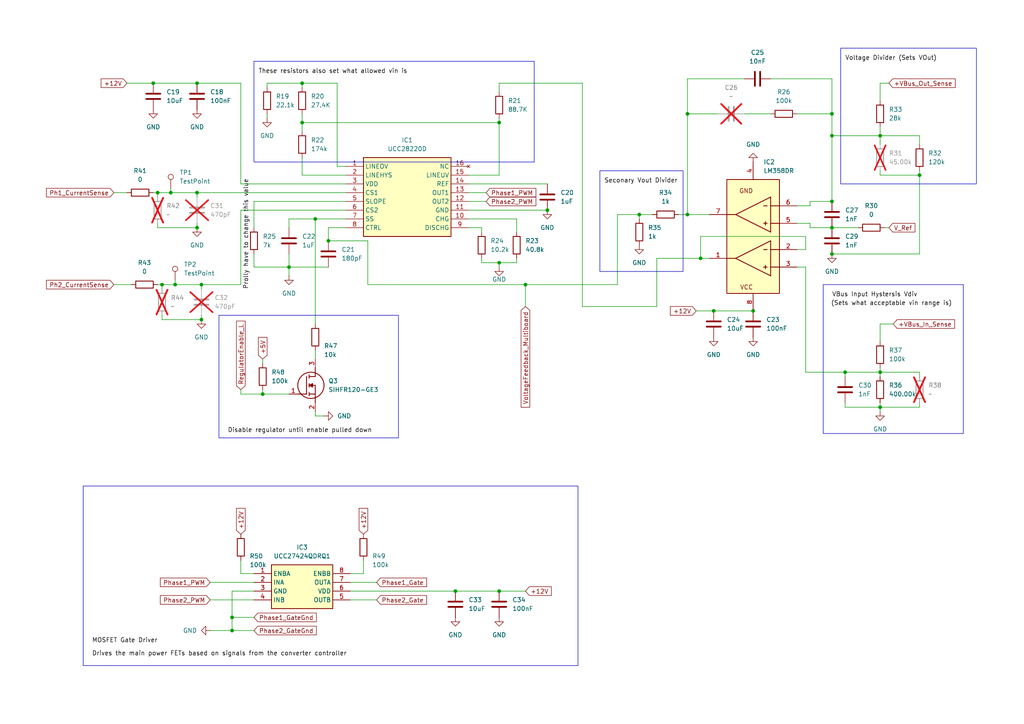
<source format=kicad_sch>
(kicad_sch (version 20231120) (generator "eeschema") (generator_version "8.0")
  (paper "A4")
  (title_block (title "5kw Modular Traction Inverter Boost Converter") (date "2025-02-02") (rev "1") (company "Rail Vehicle Traction Inverter") (comment 1 "UCSC") (comment 2 "Boost Converter Control and Gate Driver"))
  (lib_symbols
    (symbol "Connector:TestPoint" (pin_numbers hide) (pin_names (offset 0.762) hide)
      (property "Reference" "TP" (at 0 6.858 0))
      (property "Value" "TestPoint" (at 0 5.08 0))
      (symbol "TestPoint_0_1"
        (circle (center 0 3.302) (radius 0.762))
      )
      (symbol "TestPoint_1_1"
        (pin passive line (at 0 0 90) (length 2.54) (name "1") (number "1"))
      )
    )
    (symbol "Device:C" (pin_numbers hide) (pin_names (offset 0.254))
      (property "Reference" "C" (at 0.635 2.54 0))
      (property "Value" "C" (at 0.635 -2.54 0))
      (symbol "C_0_1"
        (polyline (pts (xy -2.032 -0.762) (xy 2.032 -0.762)) (stroke (width 0.508)))
        (polyline (pts (xy -2.032 0.762) (xy 2.032 0.762)) (stroke (width 0.508)))
      )
      (symbol "C_1_1"
        (pin passive line (at 0 3.81 270) (length 2.794) (name "~") (number "1"))
        (pin passive line (at 0 -3.81 90) (length 2.794) (name "~") (number "2"))
      )
    )
    (symbol "Device:R" (pin_numbers hide) (pin_names (offset 0))
      (property "Reference" "R" (at 2.032 0 90))
      (property "Value" "R" (at 0 0 90))
      (symbol "R_0_1"
        (rectangle (start -1.016 -2.54) (end 1.016 2.54) (stroke (width 0.254)))
      )
      (symbol "R_1_1"
        (pin passive line (at 0 3.81 270) (length 1.27) (name "~") (number "1"))
        (pin passive line (at 0 -3.81 90) (length 1.27) (name "~") (number "2"))
      )
    )
    (symbol "InverterCom:LM358DR" (pin_names hide)
      (property "Reference" "IC" (at 22.86 17.78 0))
      (property "Value" "LM358DR" (at 22.86 15.24 0))
      (symbol "LM358DR_1_1"
        (polyline (pts (xy 5.08 -17.78) (xy 7.62 -17.78)) (stroke (width 0.254)))
        (polyline (pts (xy 5.08 -12.7) (xy 7.62 -12.7)) (stroke (width 0.254)))
        (polyline (pts (xy 5.08 -5.08) (xy 7.62 -5.08)) (stroke (width 0.254)))
        (polyline (pts (xy 5.08 0) (xy 7.62 0)) (stroke (width 0.254)))
        (polyline (pts (xy 7.62 -10.16) (xy 7.62 -20.32)) (stroke (width 0.254)))
        (polyline (pts (xy 7.62 -7.62) (xy 7.62 2.54)) (stroke (width 0.254)))
        (polyline (pts (xy 8.636 -17.78) (xy 9.652 -17.78)) (stroke (width 0.254)))
        (polyline (pts (xy 8.636 -12.7) (xy 9.652 -12.7)) (stroke (width 0.254)))
        (polyline (pts (xy 8.636 -5.08) (xy 9.652 -5.08)) (stroke (width 0.254)))
        (polyline (pts (xy 8.636 0) (xy 9.652 0)) (stroke (width 0.254)))
        (polyline (pts (xy 9.144 -12.192) (xy 9.144 -13.208)) (stroke (width 0.254)))
        (polyline (pts (xy 9.144 -0.508) (xy 9.144 0.508)) (stroke (width 0.254)))
        (polyline (pts (xy 17.78 -15.24) (xy 7.62 -20.32)) (stroke (width 0.254)))
        (polyline (pts (xy 17.78 -15.24) (xy 7.62 -10.16)) (stroke (width 0.254)))
        (polyline (pts (xy 17.78 -15.24) (xy 20.32 -15.24)) (stroke (width 0.254)))
        (polyline (pts (xy 17.78 -2.54) (xy 7.62 -7.62)) (stroke (width 0.254)))
        (polyline (pts (xy 17.78 -2.54) (xy 7.62 2.54)) (stroke (width 0.254)))
        (polyline (pts (xy 17.78 -2.54) (xy 20.32 -2.54)) (stroke (width 0.254)))
        (rectangle (start 5.08 7.62) (end 20.32 -25.4) (stroke (width 0.254)) (fill (type background)))
        (text "GND" (at 12.7 -22.86 0) (effects (font (size 1.27 1.27)) (justify left top)))
        (text "VCC" (at 12.7 5.08 0) (effects (font (size 1.27 1.27)) (justify left top)))
        (pin passive line (at 25.4 -2.54 180) (length 5.08) (name "OUT1") (number "1"))
        (pin passive line (at 0 -5.08 0) (length 5.08) (name "IN1-") (number "2"))
        (pin passive line (at 0 0 0) (length 5.08) (name "IN1+") (number "3"))
        (pin passive line (at 12.7 -30.48 90) (length 5.08) (name "V-") (number "4"))
        (pin passive line (at 0 -12.7 0) (length 5.08) (name "IN2+") (number "5"))
        (pin passive line (at 0 -17.78 0) (length 5.08) (name "IN2-") (number "6"))
        (pin passive line (at 25.4 -15.24 180) (length 5.08) (name "OUT2") (number "7"))
        (pin passive line (at 12.7 12.7 270) (length 5.08) (name "V+") (number "8"))
      )
    )
    (symbol "InverterCom:SIHFR120-GE3" (pin_names hide)
      (property "Reference" "Q" (at 11.43 3.81 0))
      (property "Value" "SIHFR120-GE3" (at 11.43 1.27 0))
      (symbol "SIHFR120-GE3_1_1"
        (polyline (pts (xy 2.54 0) (xy 5.08 0)) (stroke (width 0.254)))
        (polyline (pts (xy 5.08 5.08) (xy 5.08 0)) (stroke (width 0.254)))
        (polyline (pts (xy 5.842 -0.508) (xy 5.842 0.508)) (stroke (width 0.254)))
        (polyline (pts (xy 5.842 0) (xy 7.62 0)) (stroke (width 0.254)))
        (polyline (pts (xy 5.842 2.032) (xy 5.842 3.048)) (stroke (width 0.254)))
        (polyline (pts (xy 5.842 5.588) (xy 5.842 4.572)) (stroke (width 0.254)))
        (polyline (pts (xy 7.62 2.54) (xy 5.842 2.54)) (stroke (width 0.254)))
        (polyline (pts (xy 7.62 2.54) (xy 7.62 -2.54)) (stroke (width 0.254)))
        (polyline (pts (xy 7.62 5.08) (xy 5.842 5.08)) (stroke (width 0.254)))
        (polyline (pts (xy 7.62 5.08) (xy 7.62 7.62)) (stroke (width 0.254)))
        (polyline (pts (xy 5.842 2.54) (xy 6.858 3.048) (xy 6.858 2.032) (xy 5.842 2.54)) (stroke (width 0.254)) (fill (type outline)))
        (circle (center 6.35 2.54) (radius 3.81) (stroke (width 0.254)))
        (pin passive line (at 0 0 0) (length 2.54) (name "G") (number "1"))
        (pin passive line (at 7.62 -5.08 90) (length 2.54) (name "S") (number "2"))
        (pin passive line (at 7.62 10.16 270) (length 2.54) (name "D") (number "3"))
      )
    )
    (symbol "InverterCom:UCC27424QDRQ1"
      (property "Reference" "IC" (at 24.13 7.62 0))
      (property "Value" "UCC27424QDRQ1" (at 24.13 5.08 0))
      (symbol "UCC27424QDRQ1_1_1"
        (rectangle (start 5.08 2.54) (end 22.86 -10.16) (stroke (width 0.254)) (fill (type background)))
        (pin passive line (at 0 0 0) (length 5.08) (name "ENBA") (number "1"))
        (pin passive line (at 0 -2.54 0) (length 5.08) (name "INA") (number "2"))
        (pin passive line (at 0 -5.08 0) (length 5.08) (name "GND") (number "3"))
        (pin passive line (at 0 -7.62 0) (length 5.08) (name "INB") (number "4"))
        (pin passive line (at 27.94 -7.62 180) (length 5.08) (name "OUTB") (number "5"))
        (pin passive line (at 27.94 -5.08 180) (length 5.08) (name "VDD") (number "6"))
        (pin passive line (at 27.94 -2.54 180) (length 5.08) (name "OUTA") (number "7"))
        (pin passive line (at 27.94 0 180) (length 5.08) (name "ENBB") (number "8"))
      )
    )
    (symbol "InverterCom:UCC28220D"
      (property "Reference" "IC" (at 31.75 7.62 0))
      (property "Value" "UCC28220D" (at 31.75 5.08 0))
      (symbol "UCC28220D_1_1"
        (rectangle (start 5.08 2.54) (end 30.48 -20.32) (stroke (width 0.254)) (fill (type background)))
        (pin passive line (at 0 0 0) (length 5.08) (name "LINEOV") (number "1"))
        (pin passive line (at 35.56 -15.24 180) (length 5.08) (name "CHG") (number "10"))
        (pin passive line (at 35.56 -12.7 180) (length 5.08) (name "GND") (number "11"))
        (pin passive line (at 35.56 -10.16 180) (length 5.08) (name "OUT2") (number "12"))
        (pin passive line (at 35.56 -7.62 180) (length 5.08) (name "OUT1") (number "13"))
        (pin passive line (at 35.56 -5.08 180) (length 5.08) (name "REF") (number "14"))
        (pin passive line (at 35.56 -2.54 180) (length 5.08) (name "LINEUV") (number "15"))
        (pin no_connect line (at 35.56 0 180) (length 5.08) (name "NC") (number "16"))
        (pin passive line (at 0 -2.54 0) (length 5.08) (name "LINEHYS") (number "2"))
        (pin passive line (at 0 -5.08 0) (length 5.08) (name "VDD") (number "3"))
        (pin passive line (at 0 -7.62 0) (length 5.08) (name "CS1") (number "4"))
        (pin passive line (at 0 -10.16 0) (length 5.08) (name "SLOPE") (number "5"))
        (pin passive line (at 0 -12.7 0) (length 5.08) (name "CS2") (number "6"))
        (pin passive line (at 0 -15.24 0) (length 5.08) (name "SS") (number "7"))
        (pin passive line (at 0 -17.78 0) (length 5.08) (name "CTRL") (number "8"))
        (pin passive line (at 35.56 -17.78 180) (length 5.08) (name "DISCHG") (number "9"))
      )
    )
    (symbol "power:GND" (power) (pin_numbers hide) (pin_names (offset 0) hide)
      (property "Value" "GND" (at 0 -3.81 0))
      (symbol "GND_0_1"
        (polyline (pts (xy 0 0) (xy 0 -1.27) (xy 1.27 -1.27) (xy 0 -2.54) (xy -1.27 -1.27) (xy 0 -1.27)))
      )
      (symbol "GND_1_1"
        (pin power_in line (at 0 0 270) (length 0) (name "~") (number "1"))
      )
    )
  )
  (junction (at 185.42 62.23))
  (junction (at 44.45 24.13))
  (junction (at 57.15 24.13))
  (junction (at 266.7 50.8))
  (junction (at 152.4 82.55))
  (junction (at 87.63 35.56))
  (junction (at 132.08 171.45))
  (junction (at 255.27 107.95))
  (junction (at 50.8 82.55))
  (junction (at 67.31 179.07))
  (junction (at 57.15 66.04))
  (junction (at 83.82 77.47))
  (junction (at 58.42 92.71))
  (junction (at 241.3 73.66))
  (junction (at 245.11 107.95))
  (junction (at 218.44 90.17))
  (junction (at 241.3 33.02))
  (junction (at 49.53 55.88))
  (junction (at 144.78 35.56))
  (junction (at 144.78 76.2))
  (junction (at 144.78 171.45))
  (junction (at 255.27 39.37))
  (junction (at 199.39 33.02))
  (junction (at 45.72 55.88))
  (junction (at 158.75 60.96))
  (junction (at 241.3 66.04))
  (junction (at 255.27 118.11))
  (junction (at 87.63 24.13))
  (junction (at 67.31 182.88))
  (junction (at 58.42 82.55))
  (junction (at 199.39 62.23))
  (junction (at 203.2 74.93))
  (junction (at 76.2 114.3))
  (junction (at 241.3 58.42))
  (junction (at 207.01 90.17))
  (junction (at 57.15 55.88))
  (junction (at 91.44 63.5))
  (junction (at 95.25 69.85))
  (junction (at 46.99 82.55))
  (junction (at 241.3 39.37))
  (wire (pts (xy 245.11 107.95) (xy 255.27 107.95)))
  (wire (pts (xy 46.99 92.71) (xy 58.42 92.71)))
  (wire (pts (xy 97.79 48.26) (xy 97.79 24.13)))
  (wire (pts (xy 67.31 179.07) (xy 67.31 182.88)))
  (wire (pts (xy 100.33 48.26) (xy 97.79 48.26)))
  (wire (pts (xy 50.8 82.55) (xy 58.42 82.55)))
  (wire (pts (xy 199.39 22.86) (xy 215.9 22.86)))
  (wire (pts (xy 266.7 50.8) (xy 255.27 50.8)))
  (wire (pts (xy 231.14 64.77) (xy 234.95 64.77)))
  (wire (pts (xy 100.33 50.8) (xy 87.63 50.8)))
  (wire (pts (xy 83.82 63.5) (xy 91.44 63.5)))
  (wire (pts (xy 266.7 41.91) (xy 266.7 39.37)))
  (wire (pts (xy 33.02 82.55) (xy 38.1 82.55)))
  (wire (pts (xy 95.25 66.04) (xy 100.33 66.04)))
  (wire (pts (xy 245.11 107.95) (xy 245.11 109.22)))
  (wire (pts (xy 256.54 66.04) (xy 257.81 66.04)))
  (wire (pts (xy 100.33 58.42) (xy 73.66 58.42)))
  (wire (pts (xy 179.07 62.23) (xy 185.42 62.23)))
  (wire (pts (xy 77.47 24.13) (xy 77.47 25.4)))
  (wire (pts (xy 135.89 63.5) (xy 149.86 63.5)))
  (wire (pts (xy 46.99 82.55) (xy 46.99 83.82)))
  (wire (pts (xy 257.81 24.13) (xy 255.27 24.13)))
  (wire (pts (xy 139.7 67.31) (xy 139.7 66.04)))
  (wire (pts (xy 255.27 107.95) (xy 255.27 109.22)))
  (wire (pts (xy 233.68 72.39) (xy 233.68 68.58)))
  (wire (pts (xy 49.53 55.88) (xy 57.15 55.88)))
  (wire (pts (xy 144.78 171.45) (xy 152.4 171.45)))
  (wire (pts (xy 45.72 55.88) (xy 44.45 55.88)))
  (wire (pts (xy 152.4 82.55) (xy 179.07 82.55)))
  (wire (pts (xy 144.78 26.67) (xy 144.78 24.13)))
  (wire (pts (xy 106.68 82.55) (xy 152.4 82.55)))
  (wire (pts (xy 33.02 55.88) (xy 36.83 55.88)))
  (wire (pts (xy 46.99 82.55) (xy 50.8 82.55)))
  (wire (pts (xy 135.89 53.34) (xy 158.75 53.34)))
  (wire (pts (xy 100.33 60.96) (xy 69.85 60.96)))
  (wire (pts (xy 58.42 83.82) (xy 58.42 82.55)))
  (wire (pts (xy 231.14 77.47) (xy 233.68 77.47)))
  (wire (pts (xy 95.25 66.04) (xy 95.25 69.85)))
  (wire (pts (xy 135.89 50.8) (xy 144.78 50.8)))
  (wire (pts (xy 83.82 77.47) (xy 83.82 80.01)))
  (wire (pts (xy 203.2 68.58) (xy 203.2 74.93)))
  (wire (pts (xy 233.68 68.58) (xy 203.2 68.58)))
  (wire (pts (xy 266.7 107.95) (xy 255.27 107.95)))
  (wire (pts (xy 69.85 24.13) (xy 57.15 24.13)))
  (wire (pts (xy 144.78 77.47) (xy 144.78 76.2)))
  (wire (pts (xy 91.44 101.6) (xy 91.44 104.14)))
  (wire (pts (xy 105.41 166.37) (xy 101.6 166.37)))
  (wire (pts (xy 69.85 53.34) (xy 100.33 53.34)))
  (wire (pts (xy 135.89 58.42) (xy 140.97 58.42)))
  (wire (pts (xy 95.25 69.85) (xy 106.68 69.85)))
  (wire (pts (xy 93.98 120.65) (xy 91.44 120.65)))
  (wire (pts (xy 205.74 62.23) (xy 199.39 62.23)))
  (wire (pts (xy 73.66 77.47) (xy 83.82 77.47)))
  (wire (pts (xy 45.72 55.88) (xy 49.53 55.88)))
  (wire (pts (xy 69.85 113.03) (xy 69.85 114.3)))
  (wire (pts (xy 144.78 35.56) (xy 144.78 34.29)))
  (wire (pts (xy 266.7 49.53) (xy 266.7 50.8)))
  (wire (pts (xy 76.2 114.3) (xy 76.2 113.03)))
  (wire (pts (xy 241.3 73.66) (xy 266.7 73.66)))
  (wire (pts (xy 67.31 171.45) (xy 67.31 179.07)))
  (wire (pts (xy 83.82 114.3) (xy 76.2 114.3)))
  (wire (pts (xy 266.7 109.22) (xy 266.7 107.95)))
  (wire (pts (xy 199.39 33.02) (xy 199.39 22.86)))
  (wire (pts (xy 241.3 22.86) (xy 241.3 33.02)))
  (wire (pts (xy 135.89 66.04) (xy 139.7 66.04)))
  (wire (pts (xy 234.95 59.69) (xy 234.95 58.42)))
  (wire (pts (xy 60.96 168.91) (xy 73.66 168.91)))
  (wire (pts (xy 106.68 69.85) (xy 106.68 82.55)))
  (wire (pts (xy 149.86 76.2) (xy 149.86 74.93)))
  (wire (pts (xy 190.5 74.93) (xy 203.2 74.93)))
  (wire (pts (xy 241.3 66.04) (xy 248.92 66.04)))
  (wire (pts (xy 77.47 24.13) (xy 87.63 24.13)))
  (wire (pts (xy 199.39 33.02) (xy 208.28 33.02)))
  (wire (pts (xy 58.42 82.55) (xy 69.85 82.55)))
  (wire (pts (xy 97.79 24.13) (xy 87.63 24.13)))
  (wire (pts (xy 266.7 39.37) (xy 255.27 39.37)))
  (wire (pts (xy 144.78 50.8) (xy 144.78 35.56)))
  (wire (pts (xy 255.27 24.13) (xy 255.27 29.21)))
  (wire (pts (xy 69.85 162.56) (xy 69.85 166.37)))
  (wire (pts (xy 69.85 53.34) (xy 69.85 24.13)))
  (wire (pts (xy 231.14 33.02) (xy 241.3 33.02)))
  (wire (pts (xy 50.8 81.28) (xy 50.8 82.55)))
  (wire (pts (xy 45.72 66.04) (xy 57.15 66.04)))
  (wire (pts (xy 234.95 66.04) (xy 241.3 66.04)))
  (wire (pts (xy 207.01 90.17) (xy 218.44 90.17)))
  (wire (pts (xy 44.45 24.13) (xy 57.15 24.13)))
  (wire (pts (xy 83.82 63.5) (xy 83.82 66.04)))
  (wire (pts (xy 144.78 24.13) (xy 168.91 24.13)))
  (wire (pts (xy 60.96 182.88) (xy 67.31 182.88)))
  (wire (pts (xy 91.44 63.5) (xy 91.44 93.98)))
  (wire (pts (xy 234.95 58.42) (xy 241.3 58.42)))
  (wire (pts (xy 231.14 72.39) (xy 233.68 72.39)))
  (wire (pts (xy 168.91 24.13) (xy 168.91 88.9)))
  (wire (pts (xy 83.82 73.66) (xy 83.82 77.47)))
  (wire (pts (xy 87.63 50.8) (xy 87.63 45.72)))
  (wire (pts (xy 233.68 77.47) (xy 233.68 107.95)))
  (wire (pts (xy 67.31 182.88) (xy 73.66 182.88)))
  (wire (pts (xy 241.3 39.37) (xy 241.3 58.42)))
  (wire (pts (xy 101.6 173.99) (xy 109.22 173.99)))
  (wire (pts (xy 46.99 91.44) (xy 46.99 92.71)))
  (wire (pts (xy 139.7 76.2) (xy 144.78 76.2)))
  (wire (pts (xy 185.42 63.5) (xy 185.42 62.23)))
  (wire (pts (xy 101.6 171.45) (xy 132.08 171.45)))
  (wire (pts (xy 241.3 39.37) (xy 255.27 39.37)))
  (wire (pts (xy 73.66 58.42) (xy 73.66 66.04)))
  (wire (pts (xy 233.68 107.95) (xy 245.11 107.95)))
  (wire (pts (xy 45.72 57.15) (xy 45.72 55.88)))
  (wire (pts (xy 69.85 60.96) (xy 69.85 82.55)))
  (wire (pts (xy 135.89 60.96) (xy 158.75 60.96)))
  (wire (pts (xy 57.15 55.88) (xy 100.33 55.88)))
  (wire (pts (xy 255.27 49.53) (xy 255.27 50.8)))
  (wire (pts (xy 45.72 64.77) (xy 45.72 66.04)))
  (wire (pts (xy 77.47 33.02) (xy 77.47 34.29)))
  (wire (pts (xy 132.08 171.45) (xy 144.78 171.45)))
  (wire (pts (xy 203.2 74.93) (xy 205.74 74.93)))
  (wire (pts (xy 87.63 24.13) (xy 87.63 25.4)))
  (wire (pts (xy 241.3 33.02) (xy 241.3 39.37)))
  (wire (pts (xy 190.5 88.9) (xy 168.91 88.9)))
  (wire (pts (xy 105.41 162.56) (xy 105.41 166.37)))
  (wire (pts (xy 201.93 90.17) (xy 207.01 90.17)))
  (wire (pts (xy 69.85 114.3) (xy 76.2 114.3)))
  (wire (pts (xy 255.27 99.06) (xy 255.27 93.98)))
  (wire (pts (xy 152.4 82.55) (xy 152.4 88.9)))
  (wire (pts (xy 223.52 22.86) (xy 241.3 22.86)))
  (wire (pts (xy 101.6 168.91) (xy 109.22 168.91)))
  (wire (pts (xy 179.07 82.55) (xy 179.07 62.23)))
  (wire (pts (xy 57.15 57.15) (xy 57.15 55.88)))
  (wire (pts (xy 255.27 118.11) (xy 245.11 118.11)))
  (wire (pts (xy 67.31 171.45) (xy 73.66 171.45)))
  (wire (pts (xy 73.66 73.66) (xy 73.66 77.47)))
  (wire (pts (xy 234.95 64.77) (xy 234.95 66.04)))
  (wire (pts (xy 199.39 62.23) (xy 199.39 33.02)))
  (wire (pts (xy 135.89 55.88) (xy 140.97 55.88)))
  (wire (pts (xy 91.44 120.65) (xy 91.44 119.38)))
  (wire (pts (xy 60.96 173.99) (xy 73.66 173.99)))
  (wire (pts (xy 57.15 64.77) (xy 57.15 66.04)))
  (wire (pts (xy 58.42 92.71) (xy 58.42 91.44)))
  (wire (pts (xy 196.85 62.23) (xy 199.39 62.23)))
  (wire (pts (xy 73.66 166.37) (xy 69.85 166.37)))
  (wire (pts (xy 190.5 74.93) (xy 190.5 88.9)))
  (wire (pts (xy 91.44 63.5) (xy 100.33 63.5)))
  (wire (pts (xy 67.31 179.07) (xy 73.66 179.07)))
  (wire (pts (xy 144.78 76.2) (xy 149.86 76.2)))
  (wire (pts (xy 83.82 77.47) (xy 95.25 77.47)))
  (wire (pts (xy 87.63 35.56) (xy 144.78 35.56)))
  (wire (pts (xy 149.86 63.5) (xy 149.86 67.31)))
  (wire (pts (xy 255.27 118.11) (xy 266.7 118.11)))
  (wire (pts (xy 87.63 35.56) (xy 87.63 38.1)))
  (wire (pts (xy 266.7 118.11) (xy 266.7 116.84)))
  (wire (pts (xy 255.27 93.98) (xy 259.08 93.98)))
  (wire (pts (xy 49.53 54.61) (xy 49.53 55.88)))
  (wire (pts (xy 139.7 76.2) (xy 139.7 74.93)))
  (wire (pts (xy 255.27 118.11) (xy 255.27 119.38)))
  (wire (pts (xy 87.63 33.02) (xy 87.63 35.56)))
  (wire (pts (xy 215.9 33.02) (xy 223.52 33.02)))
  (wire (pts (xy 255.27 39.37) (xy 255.27 41.91)))
  (wire (pts (xy 255.27 106.68) (xy 255.27 107.95)))
  (wire (pts (xy 185.42 62.23) (xy 189.23 62.23)))
  (wire (pts (xy 76.2 104.14) (xy 76.2 105.41)))
  (wire (pts (xy 245.11 118.11) (xy 245.11 116.84)))
  (wire (pts (xy 234.95 59.69) (xy 231.14 59.69)))
  (wire (pts (xy 266.7 50.8) (xy 266.7 73.66)))
  (wire (pts (xy 255.27 36.83) (xy 255.27 39.37)))
  (wire (pts (xy 45.72 82.55) (xy 46.99 82.55)))
  (wire (pts (xy 255.27 118.11) (xy 255.27 116.84)))
  (wire (pts (xy 36.83 24.13) (xy 44.45 24.13)))
  (rectangle (start 73.66 17.78) (end 154.94 46.99))
  (rectangle (start 173.99 49.53) (end 198.12 78.74))
  (rectangle (start 243.84 13.97) (end 283.21 53.34))
  (rectangle (start 238.76 82.55) (end 279.4 125.73))
  (rectangle (start 24.13 140.97) (end 167.64 193.04))
  (rectangle (start 63.5 91.44) (end 115.57 127))
  (label "These resistors also set what allowed vin is" (at 74.93 21.59 0))
  (label "Drives the main power FETs based on signals from the converter controller" (at 26.67 190.5 0))
  (label "VBus Input Hystersis Vdiv" (at 241.3 86.36 0))
  (label "Seconary Vout Divider" (at 175.26 53.34 0))
  (label "MOSFET Gate Driver" (at 26.67 186.69 0))
  (label "Prolly have to change this value" (at 72.39 83.82 90))
  (label "Voltage Divider (Sets VOut)" (at 245.11 17.78 0))
  (label "Disable regulator until enable pulled down" (at 66.04 125.73 0))
  (label " (Sets what acceptable vin range is)" (at 240.03 88.9 0))
  (global_label "+12V" (shape input) (at 36.83 24.13 180) (property "Intersheetrefs" "${INTERSHEET_REFS}" (effects (hide yes))))
  (global_label "V_Ref" (shape input) (at 257.81 66.04 0) (property "Intersheetrefs" "${INTERSHEET_REFS}" (effects (hide yes))))
  (global_label "Ph2_CurrentSense" (shape input) (at 33.02 82.55 180) (property "Intersheetrefs" "${INTERSHEET_REFS}" (effects (hide yes))))
  (global_label "VoltageFeedback_Multiboard" (shape input) (at 152.4 88.9 270) (property "Intersheetrefs" "${INTERSHEET_REFS}" (effects (hide yes))))
  (global_label "Phase1_Gate" (shape input) (at 109.22 168.91 0) (property "Intersheetrefs" "${INTERSHEET_REFS}" (effects (hide yes))))
  (global_label "Phase2_GateGnd" (shape input) (at 73.66 182.88 0) (property "Intersheetrefs" "${INTERSHEET_REFS}" (effects (hide yes))))
  (global_label "Phase1_GateGnd" (shape input) (at 73.66 179.07 0) (property "Intersheetrefs" "${INTERSHEET_REFS}" (effects (hide yes))))
  (global_label "Phase2_Gate" (shape input) (at 109.22 173.99 0) (property "Intersheetrefs" "${INTERSHEET_REFS}" (effects (hide yes))))
  (global_label "+12V" (shape input) (at 201.93 90.17 180) (property "Intersheetrefs" "${INTERSHEET_REFS}" (effects (hide yes))))
  (global_label "+12V" (shape input) (at 152.4 171.45 0) (property "Intersheetrefs" "${INTERSHEET_REFS}" (effects (hide yes))))
  (global_label "RegulatorEnable_L" (shape input) (at 69.85 113.03 90) (property "Intersheetrefs" "${INTERSHEET_REFS}" (effects (hide yes))))
  (global_label "Phase1_PWM" (shape input) (at 140.97 55.88 0) (property "Intersheetrefs" "${INTERSHEET_REFS}" (effects (hide yes))))
  (global_label "Ph1_CurrentSense" (shape input) (at 33.02 55.88 180) (property "Intersheetrefs" "${INTERSHEET_REFS}" (effects (hide yes))))
  (global_label "+VBus_Out_Sense" (shape input) (at 257.81 24.13 0) (property "Intersheetrefs" "${INTERSHEET_REFS}" (effects (hide yes))))
  (global_label "Phase2_PWM" (shape input) (at 60.96 173.99 180) (property "Intersheetrefs" "${INTERSHEET_REFS}" (effects (hide yes))))
  (global_label "+12V" (shape input) (at 105.41 154.94 90) (property "Intersheetrefs" "${INTERSHEET_REFS}" (effects (hide yes))))
  (global_label "Phase2_PWM" (shape input) (at 140.97 58.42 0) (property "Intersheetrefs" "${INTERSHEET_REFS}" (effects (hide yes))))
  (global_label "Phase1_PWM" (shape input) (at 60.96 168.91 180) (property "Intersheetrefs" "${INTERSHEET_REFS}" (effects (hide yes))))
  (global_label "+VBus_In_Sense" (shape input) (at 259.08 93.98 0) (property "Intersheetrefs" "${INTERSHEET_REFS}" (effects (hide yes))))
  (global_label "+5V" (shape input) (at 76.2 104.14 90) (property "Intersheetrefs" "${INTERSHEET_REFS}" (effects (hide yes))))
  (global_label "+12V" (shape input) (at 69.85 154.94 90) (property "Intersheetrefs" "${INTERSHEET_REFS}" (effects (hide yes))))
  (symbol (lib_id "power:GND") (at 93.98 120.65 90) (unit 1)
    (property "Reference" "#PWR036" (effects (hide yes)))
    (property "Value" "GND" (at 97.79 120.6499 90) (effects (justify right)))
    (property "Description" "Power symbol creates a global label with name \"GND\" , ground" (effects (hide yes)))
  )
  (symbol (lib_id "Device:C") (at 212.09 33.02 90) (unit 1) (dnp yes)
    (property "Reference" "C26" (at 212.09 25.4 90))
    (property "Value" "~" (at 212.09 27.94 90))
    (property "Footprint" "1210" (effects (hide yes)))
    (property "Description" "Unpolarized capacitor" (effects (hide yes)))
  )
  (symbol (lib_id "power:GND") (at 144.78 179.07 0) (unit 1)
    (property "Reference" "#PWR038" (effects (hide yes)))
    (property "Value" "GND" (at 144.78 184.15 0))
    (property "Description" "Power symbol creates a global label with name \"GND\" , ground" (effects (hide yes)))
  )
  (symbol (lib_id "Device:C") (at 218.44 93.98 0) (unit 1)
    (property "Reference" "C23" (at 222.25 92.7099 0) (effects (justify left)))
    (property "Value" "100nF" (at 222.25 95.2499 0) (effects (justify left)))
    (property "Footprint" "1210" (effects (hide yes)))
    (property "Description" "Unpolarized capacitor" (effects (hide yes)))
  )
  (symbol (lib_id "Device:C") (at 158.75 57.15 0) (unit 1)
    (property "Reference" "C20" (at 162.56 55.8799 0) (effects (justify left)))
    (property "Value" "1uF" (at 162.56 58.4199 0) (effects (justify left)))
    (property "Footprint" "1210" (effects (hide yes)))
    (property "Description" "Unpolarized capacitor" (effects (hide yes)))
  )
  (symbol (lib_id "Device:R") (at 255.27 102.87 180) (unit 1)
    (property "Reference" "R37" (at 257.81 101.5999 0) (effects (justify right)))
    (property "Value" "100k" (at 257.81 104.1399 0) (effects (justify right)))
    (property "Footprint" "1210" (effects (hide yes)))
    (property "Description" "Resistor" (effects (hide yes)))
  )
  (symbol (lib_id "Device:R") (at 73.66 69.85 0) (unit 1)
    (property "Reference" "R25" (at 76.2 68.5799 0) (effects (justify left)))
    (property "Value" "7k" (at 76.2 71.1199 0) (effects (justify left)))
    (property "Footprint" "1210" (effects (hide yes)))
    (property "Description" "Resistor" (effects (hide yes)))
  )
  (symbol (lib_id "Device:R") (at 252.73 66.04 90) (unit 1)
    (property "Reference" "R30" (at 252.73 59.69 90))
    (property "Value" "0" (at 252.73 62.23 90))
    (property "Footprint" "1210" (effects (hide yes)))
    (property "Description" "Resistor" (effects (hide yes)))
  )
  (symbol (lib_id "Device:R") (at 227.33 33.02 90) (unit 1)
    (property "Reference" "R26" (at 227.33 26.67 90))
    (property "Value" "100k" (at 227.33 29.21 90))
    (property "Footprint" "1210" (effects (hide yes)))
    (property "Description" "Resistor" (effects (hide yes)))
  )
  (symbol (lib_id "power:GND") (at 132.08 179.07 0) (unit 1)
    (property "Reference" "#PWR037" (effects (hide yes)))
    (property "Value" "GND" (at 132.08 184.15 0))
    (property "Description" "Power symbol creates a global label with name \"GND\" , ground" (effects (hide yes)))
  )
  (symbol (lib_id "power:GND") (at 158.75 60.96 0) (unit 1)
    (property "Reference" "#PWR026" (effects (hide yes)))
    (property "Value" "GND" (at 158.75 66.04 0))
    (property "Description" "Power symbol creates a global label with name \"GND\" , ground" (effects (hide yes)))
  )
  (symbol (lib_id "Device:R") (at 77.47 29.21 0) (unit 1)
    (property "Reference" "R19" (at 80.01 27.9399 0) (effects (justify left)))
    (property "Value" "22.1k" (at 80.01 30.4799 0) (effects (justify left)))
    (property "Footprint" "1210" (effects (hide yes)))
    (property "Description" "Resistor" (effects (hide yes)))
  )
  (symbol (lib_id "Device:R") (at 105.41 158.75 180) (unit 1)
    (property "Reference" "R49" (at 107.95 161.2899 0) (effects (justify right)))
    (property "Value" "100k" (at 107.95 163.8299 0) (effects (justify right)))
    (property "Footprint" "1210" (effects (hide yes)))
    (property "Description" "Resistor" (effects (hide yes)))
  )
  (symbol (lib_id "power:GND") (at 44.45 31.75 0) (unit 1)
    (property "Reference" "#PWR024" (effects (hide yes)))
    (property "Value" "GND" (at 44.45 36.83 0))
    (property "Description" "Power symbol creates a global label with name \"GND\" , ground" (effects (hide yes)))
  )
  (symbol (lib_id "Device:R") (at 255.27 33.02 180) (unit 1)
    (property "Reference" "R33" (at 257.81 31.7499 0) (effects (justify right)))
    (property "Value" "28k" (at 257.81 34.2899 0) (effects (justify right)))
    (property "Footprint" "1210" (effects (hide yes)))
    (property "Description" "Resistor" (effects (hide yes)))
  )
  (symbol (lib_id "Device:R") (at 87.63 29.21 0) (unit 1)
    (property "Reference" "R20" (at 90.17 27.9399 0) (effects (justify left)))
    (property "Value" "27.4K" (at 90.17 30.4799 0) (effects (justify left)))
    (property "Footprint" "1210" (effects (hide yes)))
    (property "Description" "Resistor" (effects (hide yes)))
  )
  (symbol (lib_id "power:GND") (at 60.96 182.88 270) (unit 1)
    (property "Reference" "#PWR039" (effects (hide yes)))
    (property "Value" "GND" (at 57.15 182.8799 90) (effects (justify right)))
    (property "Description" "Power symbol creates a global label with name \"GND\" , ground" (effects (hide yes)))
  )
  (symbol (lib_id "power:GND") (at 57.15 66.04 0) (unit 1)
    (property "Reference" "#PWR095" (effects (hide yes)))
    (property "Value" "GND" (at 57.15 71.12 0))
    (property "Description" "Power symbol creates a global label with name \"GND\" , ground" (effects (hide yes)))
  )
  (symbol (lib_id "Device:R") (at 91.44 97.79 180) (unit 1)
    (property "Reference" "R47" (at 93.98 100.3299 0) (effects (justify right)))
    (property "Value" "10k" (at 93.98 102.8699 0) (effects (justify right)))
    (property "Footprint" "1210" (effects (hide yes)))
    (property "Description" "Resistor" (effects (hide yes)))
  )
  (symbol (lib_id "Device:R") (at 139.7 71.12 0) (unit 1)
    (property "Reference" "R24" (at 142.24 69.8499 0) (effects (justify left)))
    (property "Value" "10.2k" (at 142.24 72.3899 0) (effects (justify left)))
    (property "Footprint" "1210" (effects (hide yes)))
    (property "Description" "Resistor" (effects (hide yes)))
  )
  (symbol (lib_id "Device:C") (at 241.3 69.85 180) (unit 1)
    (property "Reference" "C29" (at 245.11 68.5799 0) (effects (justify right)))
    (property "Value" "1nF" (at 245.11 71.1199 0) (effects (justify right)))
    (property "Footprint" "1210" (effects (hide yes)))
    (property "Description" "Unpolarized capacitor" (effects (hide yes)))
  )
  (symbol (lib_id "power:GND") (at 77.47 34.29 0) (unit 1)
    (property "Reference" "#PWR023" (effects (hide yes)))
    (property "Value" "GND" (at 77.47 39.37 0))
    (property "Description" "Power symbol creates a global label with name \"GND\" , ground" (effects (hide yes)))
  )
  (symbol (lib_id "InverterCom:SIHFR120-GE3") (at 83.82 114.3 0) (unit 1)
    (property "Reference" "Q3" (at 95.25 110.4899 0) (effects (justify left)))
    (property "Value" "SIHFR120-GE3" (at 95.25 113.0299 0) (effects (justify left)))
    (property "Footprint" "SIHFR120GE3" (effects (hide yes)))
    (property "Datasheet" "https://www.mouser.in/datasheet/2/427/91266-1768752.pdf" (effects (hide yes)))
    (property "Description" "MOSFET 100V N-CH" (effects (hide yes)))
    (property "Height" "2.38" (effects (hide yes)))
    (property "Mouser Part Number" "78-SIHFR120-GE3" (effects (hide yes)))
    (property "Mouser Price/Stock" "https://www.mouser.co.uk/ProductDetail/Vishay-Siliconix/SIHFR120-GE3?qs=FfLXECYddQTykmVhSg2%2FTQ%3D%3D" (effects (hide yes)))
    (property "Manufacturer_Name" "Vishay" (effects (hide yes)))
    (property "Manufacturer_Part_Number" "SIHFR120-GE3" (effects (hide yes)))
  )
  (symbol (lib_id "Device:C") (at 83.82 69.85 0) (unit 1)
    (property "Reference" "C22" (at 87.63 68.5799 0) (effects (justify left)))
    (property "Value" "1uF" (at 87.63 71.1199 0) (effects (justify left)))
    (property "Footprint" "1210" (effects (hide yes)))
    (property "Description" "Unpolarized capacitor" (effects (hide yes)))
  )
  (symbol (lib_id "Device:R") (at 69.85 158.75 180) (unit 1)
    (property "Reference" "R50" (at 72.39 161.2899 0) (effects (justify right)))
    (property "Value" "100k" (at 72.39 163.8299 0) (effects (justify right)))
    (property "Footprint" "1210" (effects (hide yes)))
    (property "Description" "Resistor" (effects (hide yes)))
  )
  (symbol (lib_id "power:GND") (at 185.42 71.12 0) (unit 1)
    (property "Reference" "#PWR033" (effects (hide yes)))
    (property "Value" "GND" (at 185.42 76.2 0))
    (property "Description" "Power symbol creates a global label with name \"GND\" , ground" (effects (hide yes)))
  )
  (symbol (lib_id "Device:R") (at 149.86 71.12 0) (unit 1)
    (property "Reference" "R23" (at 152.4 69.8499 0) (effects (justify left)))
    (property "Value" "40.8k" (at 152.4 72.3899 0) (effects (justify left)))
    (property "Footprint" "1210" (effects (hide yes)))
    (property "Description" "Resistor" (effects (hide yes)))
  )
  (symbol (lib_id "Device:R") (at 185.42 67.31 180) (unit 1)
    (property "Reference" "R35" (at 187.96 66.0399 0) (effects (justify right)))
    (property "Value" "1k" (at 187.96 68.5799 0) (effects (justify right)))
    (property "Footprint" "1210" (effects (hide yes)))
    (property "Description" "Resistor" (effects (hide yes)))
  )
  (symbol (lib_id "Device:C") (at 95.25 73.66 0) (unit 1)
    (property "Reference" "C21" (at 99.06 72.3899 0) (effects (justify left)))
    (property "Value" "180pF" (at 99.06 74.9299 0) (effects (justify left)))
    (property "Footprint" "1210" (effects (hide yes)))
    (property "Description" "Unpolarized capacitor" (effects (hide yes)))
  )
  (symbol (lib_id "Device:R") (at 45.72 60.96 180) (unit 1) (dnp yes)
    (property "Reference" "R42" (at 48.26 59.6899 0) (effects (justify right)))
    (property "Value" "~" (at 48.26 62.2299 0) (effects (justify right)))
    (property "Footprint" "1210" (effects (hide yes)))
    (property "Description" "Resistor" (effects (hide yes)))
  )
  (symbol (lib_id "Connector:TestPoint") (at 49.53 54.61 0) (unit 1)
    (property "Reference" "TP1" (at 52.07 50.0379 0) (effects (justify left)))
    (property "Value" "TestPoint" (at 52.07 52.5779 0) (effects (justify left)))
    (property "Description" "test point" (effects (hide yes)))
  )
  (symbol (lib_id "InverterCom:LM358DR") (at 231.14 77.47 180) (unit 1)
    (property "Reference" "IC2" (at 221.4565 46.99 0) (effects (justify right)))
    (property "Value" "LM358DR" (at 221.4565 49.53 0) (effects (justify right)))
    (property "Footprint" "SOIC127P600X175-8N" (effects (hide yes)))
    (property "Datasheet" "https://www.ti.com/lit/ds/symlink/lm358.pdf?ts=1593170624750&ref_url=https%253A%252F%252Fwww.ti.com%252Fstore%252Fti%252Fen%252Fp%252Fproduct%252F%253Fp%253DLM358DR%2526keyMatch%253DLM358DR%2526tisearch%253DSearch-EN-everything%2526usecase%253DOPN" (effects (hide yes)))
    (property "Description" "LM358DR, Operational Amplifier 0.7MHz 5 to 28V, 8-Pin SOIC" (effects (hide yes)))
    (property "Height" "1.75" (effects (hide yes)))
    (property "Mouser Part Number" "595-LM358DR" (effects (hide yes)))
    (property "Mouser Price/Stock" "https://www.mouser.co.uk/ProductDetail/Texas-Instruments/LM358DR?qs=Zu35EjizYSSY6pJ37yjmHA%3D%3D" (effects (hide yes)))
    (property "Manufacturer_Name" "Texas Instruments" (effects (hide yes)))
    (property "Manufacturer_Part_Number" "LM358DR" (effects (hide yes)))
  )
  (symbol (lib_id "power:GND") (at 83.82 80.01 0) (unit 1)
    (property "Reference" "#PWR028" (effects (hide yes)))
    (property "Value" "GND" (at 83.82 85.09 0))
    (property "Description" "Power symbol creates a global label with name \"GND\" , ground" (effects (hide yes)))
  )
  (symbol (lib_id "Device:C") (at 58.42 87.63 0) (unit 1) (dnp yes)
    (property "Reference" "C32" (at 62.23 86.3599 0) (effects (justify left)))
    (property "Value" "470pF" (at 62.23 88.8999 0) (effects (justify left)))
    (property "Footprint" "1210" (effects (hide yes)))
    (property "Description" "Unpolarized capacitor" (effects (hide yes)))
  )
  (symbol (lib_id "Device:C") (at 57.15 60.96 0) (unit 1) (dnp yes)
    (property "Reference" "C31" (at 60.96 59.6899 0) (effects (justify left)))
    (property "Value" "470pF" (at 60.96 62.2299 0) (effects (justify left)))
    (property "Footprint" "1210" (effects (hide yes)))
    (property "Description" "Unpolarized capacitor" (effects (hide yes)))
  )
  (symbol (lib_id "power:GND") (at 218.44 46.99 180) (unit 1)
    (property "Reference" "#PWR031" (effects (hide yes)))
    (property "Value" "GND" (at 218.44 41.91 0))
    (property "Description" "Power symbol creates a global label with name \"GND\" , ground" (effects (hide yes)))
  )
  (symbol (lib_id "InverterCom:UCC27424QDRQ1") (at 73.66 166.37 0) (unit 1)
    (property "Reference" "IC3" (at 87.63 158.75 0))
    (property "Value" "UCC27424QDRQ1" (at 87.63 161.29 0))
    (property "Footprint" "SOIC127P600X175-8N" (effects (hide yes)))
    (property "Datasheet" "http://www.ti.com/lit/gpn/ucc27424-q1" (effects (hide yes)))
    (property "Description" "Automotive Dual 4A High Speed Low-Side MOSFET Driver With Enable" (effects (hide yes)))
    (property "Height" "1.75" (effects (hide yes)))
    (property "Mouser Part Number" "595-UCC27424QDRQ1" (effects (hide yes)))
    (property "Mouser Price/Stock" "https://www.mouser.co.uk/ProductDetail/Texas-Instruments/UCC27424QDRQ1?qs=3WadRV20yGwTLMr0pUhVuw%3D%3D" (effects (hide yes)))
    (property "Manufacturer_Name" "Texas Instruments" (effects (hide yes)))
    (property "Manufacturer_Part_Number" "UCC27424QDRQ1" (effects (hide yes)))
  )
  (symbol (lib_id "Device:C") (at 219.71 22.86 90) (unit 1)
    (property "Reference" "C25" (at 219.71 15.24 90))
    (property "Value" "10nF" (at 219.71 17.78 90))
    (property "Footprint" "1210" (effects (hide yes)))
    (property "Description" "Unpolarized capacitor" (effects (hide yes)))
  )
  (symbol (lib_id "Connector:TestPoint") (at 50.8 81.28 0) (unit 1)
    (property "Reference" "TP2" (at 53.34 76.7079 0) (effects (justify left)))
    (property "Value" "TestPoint" (at 53.34 79.2479 0) (effects (justify left)))
    (property "Description" "test point" (effects (hide yes)))
  )
  (symbol (lib_id "power:GND") (at 58.42 92.71 0) (unit 1)
    (property "Reference" "#PWR096" (effects (hide yes)))
    (property "Value" "GND" (at 58.42 97.79 0))
    (property "Description" "Power symbol creates a global label with name \"GND\" , ground" (effects (hide yes)))
  )
  (symbol (lib_id "Device:R") (at 255.27 45.72 180) (unit 1) (dnp yes)
    (property "Reference" "R31" (at 257.81 44.4499 0) (effects (justify right)))
    (property "Value" "45.00k" (at 257.81 46.9899 0) (effects (justify right)))
    (property "Footprint" "1210" (effects (hide yes)))
    (property "Description" "Resistor" (effects (hide yes)))
    (property "Tolerance" "0.1%" (effects (hide yes)))
  )
  (symbol (lib_id "InverterCom:UCC28220D") (at 100.33 48.26 0) (unit 1)
    (property "Reference" "IC1" (at 118.11 40.64 0))
    (property "Value" "UCC28220D" (at 118.11 43.18 0))
    (property "Footprint" "UCC28220D" (effects (hide yes)))
    (property "Datasheet" "http://www.ti.com/lit/gpn/ucc28220" (effects (hide yes)))
    (property "Description" "Dual Interleaved PWM Controller with Programmable Max Duty Cycle" (effects (hide yes)))
    (property "Height" "1.75" (effects (hide yes)))
    (property "Mouser Part Number" "595-UCC28220D" (effects (hide yes)))
    (property "Mouser Price/Stock" "https://www.mouser.co.uk/ProductDetail/Texas-Instruments/UCC28220D/?qs=eJkN62t4xTVBY%2FGqaPYojw%3D%3D" (effects (hide yes)))
    (property "Manufacturer_Name" "Texas Instruments" (effects (hide yes)))
    (property "Manufacturer_Part_Number" "UCC28220D" (effects (hide yes)))
  )
  (symbol (lib_id "Device:R") (at 266.7 45.72 180) (unit 1)
    (property "Reference" "R32" (at 269.24 44.4499 0) (effects (justify right)))
    (property "Value" "120k" (at 269.24 46.9899 0) (effects (justify right)))
    (property "Footprint" "1210" (effects (hide yes)))
    (property "Description" "Resistor" (effects (hide yes)))
  )
  (symbol (lib_id "Device:R") (at 41.91 82.55 90) (unit 1)
    (property "Reference" "R43" (at 41.91 76.2 90))
    (property "Value" "0" (at 41.91 78.74 90))
    (property "Footprint" "1210" (effects (hide yes)))
    (property "Description" "Resistor" (effects (hide yes)))
  )
  (symbol (lib_id "Device:C") (at 241.3 62.23 180) (unit 1)
    (property "Reference" "C27" (at 245.11 60.9599 0) (effects (justify right)))
    (property "Value" "1nF" (at 245.11 63.4999 0) (effects (justify right)))
    (property "Footprint" "1210" (effects (hide yes)))
    (property "Description" "Unpolarized capacitor" (effects (hide yes)))
  )
  (symbol (lib_id "Device:C") (at 245.11 113.03 0) (unit 1)
    (property "Reference" "C30" (at 248.92 111.7599 0) (effects (justify left)))
    (property "Value" "1nF" (at 248.92 114.2999 0) (effects (justify left)))
    (property "Footprint" "1210" (effects (hide yes)))
    (property "Description" "Unpolarized capacitor" (effects (hide yes)))
  )
  (symbol (lib_id "Device:C") (at 44.45 27.94 0) (unit 1)
    (property "Reference" "C19" (at 48.26 26.6699 0) (effects (justify left)))
    (property "Value" "10uF" (at 48.26 29.2099 0) (effects (justify left)))
    (property "Footprint" "1210" (effects (hide yes)))
    (property "Description" "Unpolarized capacitor" (effects (hide yes)))
  )
  (symbol (lib_id "power:GND") (at 207.01 97.79 0) (unit 1)
    (property "Reference" "#PWR030" (effects (hide yes)))
    (property "Value" "GND" (at 207.01 102.87 0))
    (property "Description" "Power symbol creates a global label with name \"GND\" , ground" (effects (hide yes)))
  )
  (symbol (lib_id "power:GND") (at 218.44 97.79 0) (unit 1)
    (property "Reference" "#PWR029" (effects (hide yes)))
    (property "Value" "GND" (at 218.44 102.87 0))
    (property "Description" "Power symbol creates a global label with name \"GND\" , ground" (effects (hide yes)))
  )
  (symbol (lib_id "Device:C") (at 57.15 27.94 0) (unit 1)
    (property "Reference" "C18" (at 60.96 26.6699 0) (effects (justify left)))
    (property "Value" "100nF" (at 60.96 29.2099 0) (effects (justify left)))
    (property "Footprint" "1210" (effects (hide yes)))
    (property "Description" "Unpolarized capacitor" (effects (hide yes)))
  )
  (symbol (lib_id "Device:R") (at 266.7 113.03 180) (unit 1) (dnp yes)
    (property "Reference" "R38" (at 269.24 111.7599 0) (effects (justify right)))
    (property "Value" "~" (at 269.24 114.2999 0) (effects (justify right)))
    (property "Footprint" "1210" (effects (hide yes)))
    (property "Description" "Resistor" (effects (hide yes)))
  )
  (symbol (lib_id "Device:C") (at 132.08 175.26 0) (unit 1)
    (property "Reference" "C33" (at 135.89 173.9899 0) (effects (justify left)))
    (property "Value" "10uF" (at 135.89 176.5299 0) (effects (justify left)))
    (property "Footprint" "1210" (effects (hide yes)))
    (property "Description" "Unpolarized capacitor" (effects (hide yes)))
  )
  (symbol (lib_id "Device:R") (at 40.64 55.88 90) (unit 1)
    (property "Reference" "R41" (at 40.64 49.53 90))
    (property "Value" "0" (at 40.64 52.07 90))
    (property "Footprint" "1210" (effects (hide yes)))
    (property "Description" "Resistor" (effects (hide yes)))
  )
  (symbol (lib_id "Device:R") (at 87.63 41.91 0) (unit 1)
    (property "Reference" "R22" (at 90.17 40.6399 0) (effects (justify left)))
    (property "Value" "174k" (at 90.17 43.1799 0) (effects (justify left)))
    (property "Footprint" "1210" (effects (hide yes)))
    (property "Description" "Resistor" (effects (hide yes)))
  )
  (symbol (lib_id "Device:R") (at 255.27 113.03 180) (unit 1)
    (property "Reference" "R36" (at 257.81 111.7599 0) (effects (justify right)))
    (property "Value" "400.00k" (at 257.81 114.2999 0) (effects (justify right)))
    (property "Footprint" "1210" (effects (hide yes)))
    (property "Description" "Resistor" (effects (hide yes)))
    (property "Tolerance" "0.1%" (effects (hide yes)))
  )
  (symbol (lib_id "power:GND") (at 255.27 119.38 0) (unit 1)
    (property "Reference" "#PWR035" (effects (hide yes)))
    (property "Value" "GND" (at 255.27 124.46 0))
    (property "Description" "Power symbol creates a global label with name \"GND\" , ground" (effects (hide yes)))
  )
  (symbol (lib_id "Device:R") (at 193.04 62.23 90) (unit 1)
    (property "Reference" "R34" (at 193.04 55.88 90))
    (property "Value" "1k" (at 193.04 58.42 90))
    (property "Footprint" "1210" (effects (hide yes)))
    (property "Description" "Resistor" (effects (hide yes)))
  )
  (symbol (lib_id "Device:C") (at 207.01 93.98 0) (unit 1)
    (property "Reference" "C24" (at 210.82 92.7099 0) (effects (justify left)))
    (property "Value" "10uF" (at 210.82 95.2499 0) (effects (justify left)))
    (property "Footprint" "1210" (effects (hide yes)))
    (property "Description" "Unpolarized capacitor" (effects (hide yes)))
  )
  (symbol (lib_id "power:GND") (at 57.15 31.75 0) (unit 1)
    (property "Reference" "#PWR025" (effects (hide yes)))
    (property "Value" "GND" (at 57.15 36.83 0))
    (property "Description" "Power symbol creates a global label with name \"GND\" , ground" (effects (hide yes)))
  )
  (symbol (lib_id "power:GND") (at 144.78 77.47 0) (unit 1)
    (property "Reference" "#PWR027" (effects (hide yes)))
    (property "Value" "GND" (at 144.78 81.026 0))
    (property "Description" "Power symbol creates a global label with name \"GND\" , ground" (effects (hide yes)))
  )
  (symbol (lib_id "power:GND") (at 241.3 73.66 0) (unit 1)
    (property "Reference" "#PWR034" (effects (hide yes)))
    (property "Value" "GND" (at 241.3 78.74 0))
    (property "Description" "Power symbol creates a global label with name \"GND\" , ground" (effects (hide yes)))
  )
  (symbol (lib_id "Device:C") (at 144.78 175.26 0) (unit 1)
    (property "Reference" "C34" (at 148.59 173.9899 0) (effects (justify left)))
    (property "Value" "100nF" (at 148.59 176.5299 0) (effects (justify left)))
    (property "Footprint" "1210" (effects (hide yes)))
    (property "Description" "Unpolarized capacitor" (effects (hide yes)))
  )
  (symbol (lib_id "Device:R") (at 46.99 87.63 180) (unit 1) (dnp yes)
    (property "Reference" "R44" (at 49.53 86.3599 0) (effects (justify right)))
    (property "Value" "~" (at 49.53 88.8999 0) (effects (justify right)))
    (property "Footprint" "1210" (effects (hide yes)))
    (property "Description" "Resistor" (effects (hide yes)))
  )
  (symbol (lib_id "Device:R") (at 144.78 30.48 0) (unit 1)
    (property "Reference" "R21" (at 147.32 29.2099 0) (effects (justify left)))
    (property "Value" "88.7K" (at 147.32 31.7499 0) (effects (justify left)))
    (property "Footprint" "1210" (effects (hide yes)))
    (property "Description" "Resistor" (effects (hide yes)))
  )
  (symbol (lib_id "Device:R") (at 76.2 109.22 180) (unit 1)
    (property "Reference" "R48" (at 78.74 107.9499 0) (effects (justify right)))
    (property "Value" "100k" (at 78.74 110.4899 0) (effects (justify right)))
    (property "Footprint" "1210" (effects (hide yes)))
    (property "Description" "Resistor" (effects (hide yes)))
  )
)
</source>
